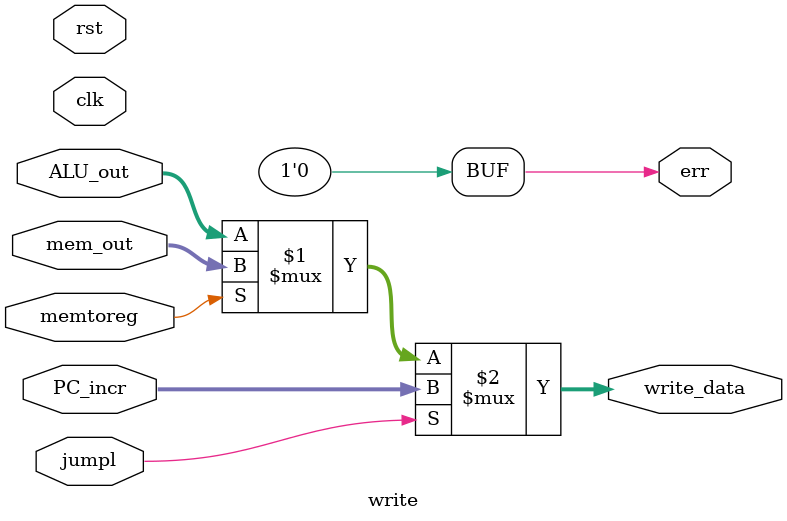
<source format=v>
module write(
	input [15:0] mem_out, ALU_out, PC_incr,
    input memtoreg,
	input clk, rst, jumpl,
	output [15:0] write_data,
	output err);
	
	assign write_data = jumpl ? PC_incr : (memtoreg ? mem_out : ALU_out);
  assign err = 0;
endmodule

</source>
